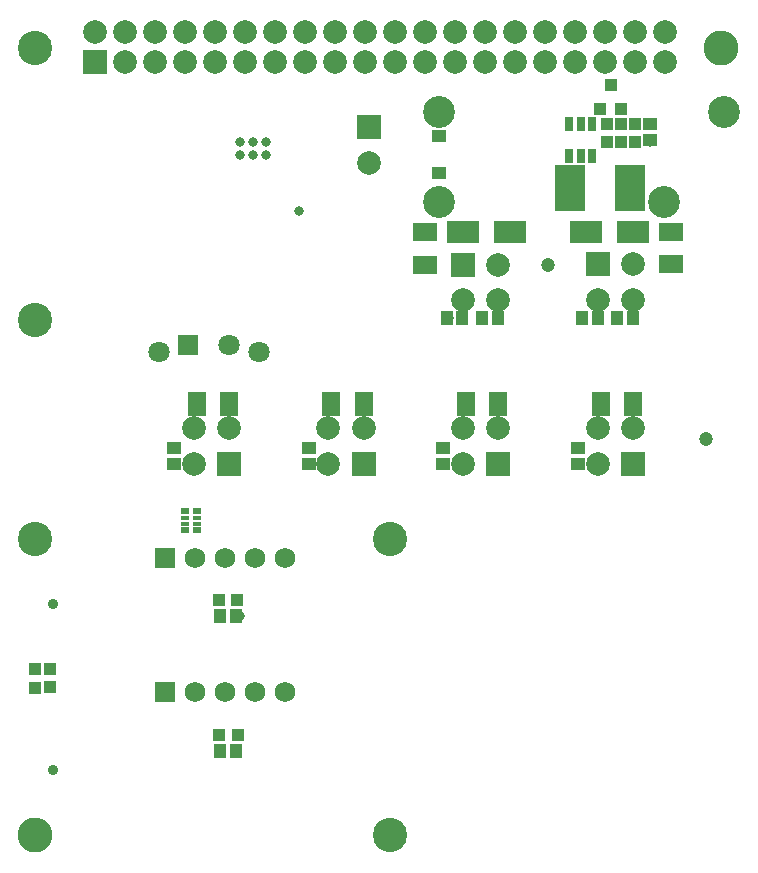
<source format=gbs>
G04*
G04 #@! TF.GenerationSoftware,Altium Limited,Altium Designer,19.1.9 (167)*
G04*
G04 Layer_Color=16711935*
%FSLAX25Y25*%
%MOIN*%
G70*
G01*
G75*
%ADD52R,0.04143X0.04537*%
%ADD53R,0.04537X0.04143*%
%ADD56R,0.04147X0.04147*%
%ADD57R,0.04147X0.04147*%
%ADD71R,0.03950X0.04343*%
%ADD72C,0.04737*%
%ADD73C,0.10642*%
%ADD74R,0.07887X0.07887*%
%ADD75C,0.07887*%
%ADD76R,0.07099X0.07099*%
%ADD77C,0.07099*%
%ADD78C,0.06800*%
%ADD79R,0.06800X0.06800*%
%ADD80C,0.03556*%
%ADD81C,0.11430*%
%ADD82C,0.11627*%
%ADD83C,0.03162*%
%ADD120R,0.10446X0.15367*%
%ADD121R,0.02962X0.04537*%
%ADD122R,0.06312X0.07887*%
%ADD123R,0.07887X0.06312*%
%ADD124R,0.10642X0.07493*%
%ADD125R,0.02769X0.01784*%
%ADD126R,0.02769X0.02178*%
%ADD127R,0.04540X0.04343*%
D52*
X203737Y182035D02*
D03*
X209052D02*
D03*
X152168Y182041D02*
D03*
X146853D02*
D03*
X76772Y82677D02*
D03*
X71457D02*
D03*
X76772Y37795D02*
D03*
X71457D02*
D03*
X164086Y182035D02*
D03*
X158772D02*
D03*
X197247D02*
D03*
X191932D02*
D03*
D53*
X190554Y138779D02*
D03*
Y133465D02*
D03*
X145672Y138779D02*
D03*
Y133465D02*
D03*
X101088Y138841D02*
D03*
Y133526D02*
D03*
X56153Y138908D02*
D03*
Y133593D02*
D03*
X214764Y241398D02*
D03*
Y246713D02*
D03*
D56*
X71063Y88189D02*
D03*
X77165D02*
D03*
X77253Y43012D02*
D03*
X71150D02*
D03*
D57*
X200394Y240611D02*
D03*
Y246713D02*
D03*
X209802Y240611D02*
D03*
Y246713D02*
D03*
X205118Y246713D02*
D03*
Y240611D02*
D03*
X14567Y65157D02*
D03*
Y59055D02*
D03*
X9625Y58858D02*
D03*
Y64961D02*
D03*
D71*
X205118Y251871D02*
D03*
X198031D02*
D03*
X201575Y259745D02*
D03*
D72*
X180709Y199606D02*
D03*
X233240Y141656D02*
D03*
D73*
X144403Y220904D02*
D03*
Y250904D02*
D03*
X239284D02*
D03*
X219206Y220904D02*
D03*
D74*
X120867Y245668D02*
D03*
X209058Y133465D02*
D03*
X164176D02*
D03*
X119294D02*
D03*
X74412D02*
D03*
X152276Y199908D02*
D03*
X197241Y200001D02*
D03*
X29605Y267323D02*
D03*
D75*
X120867Y233857D02*
D03*
X197247Y133465D02*
D03*
X209058Y145276D02*
D03*
X197247D02*
D03*
X152365Y133465D02*
D03*
X164176Y145276D02*
D03*
X152365D02*
D03*
X107483Y133465D02*
D03*
X119294Y145276D02*
D03*
X107483D02*
D03*
X62601Y133465D02*
D03*
X74412Y145276D02*
D03*
X62601D02*
D03*
X164086Y199908D02*
D03*
X152276Y188097D02*
D03*
X164086D02*
D03*
X209052Y200001D02*
D03*
X197241Y188190D02*
D03*
X209052D02*
D03*
X29605Y277323D02*
D03*
X39605Y267323D02*
D03*
Y277323D02*
D03*
X49605Y267323D02*
D03*
Y277323D02*
D03*
X59605Y267323D02*
D03*
Y277323D02*
D03*
X69605Y267323D02*
D03*
Y277323D02*
D03*
X79605Y267323D02*
D03*
Y277323D02*
D03*
X89605Y267323D02*
D03*
Y277323D02*
D03*
X99605Y267323D02*
D03*
Y277323D02*
D03*
X109605Y267323D02*
D03*
Y277323D02*
D03*
X119605Y267323D02*
D03*
Y277323D02*
D03*
X129605Y267323D02*
D03*
Y277323D02*
D03*
X139605Y267323D02*
D03*
Y277323D02*
D03*
X149605Y267323D02*
D03*
Y277323D02*
D03*
X159605Y267323D02*
D03*
Y277323D02*
D03*
X169605Y267323D02*
D03*
Y277323D02*
D03*
X179605Y267323D02*
D03*
Y277323D02*
D03*
X189605Y267323D02*
D03*
Y277323D02*
D03*
X199605Y267323D02*
D03*
Y277323D02*
D03*
X209605Y267323D02*
D03*
Y277323D02*
D03*
X219605Y267323D02*
D03*
Y277323D02*
D03*
D76*
X60731Y173228D02*
D03*
D77*
X74511D02*
D03*
X50889Y170748D02*
D03*
X84353D02*
D03*
D78*
X93150Y101969D02*
D03*
X83150D02*
D03*
X73150D02*
D03*
X63150D02*
D03*
X93119Y57579D02*
D03*
X83119D02*
D03*
X73119D02*
D03*
X63119D02*
D03*
D79*
X53150Y101969D02*
D03*
X53119Y57579D02*
D03*
D80*
X15748Y31299D02*
D03*
Y86811D02*
D03*
D81*
X9841Y272047D02*
D03*
X9843Y181495D02*
D03*
X9843Y108268D02*
D03*
X127953D02*
D03*
Y9843D02*
D03*
D82*
X238187Y272047D02*
D03*
X9843Y9843D02*
D03*
D83*
X86615Y240747D02*
D03*
Y236416D02*
D03*
X82284Y240747D02*
D03*
Y236416D02*
D03*
X77953Y240747D02*
D03*
Y236416D02*
D03*
X198031Y251871D02*
D03*
X147621Y182041D02*
D03*
X191932Y182035D02*
D03*
X209802Y240611D02*
D03*
X214764D02*
D03*
X97638Y217609D02*
D03*
X77953Y82677D02*
D03*
X77165Y37802D02*
D03*
X70866Y88189D02*
D03*
X71017Y43012D02*
D03*
D120*
X208169Y225590D02*
D03*
X187894D02*
D03*
D121*
X187795Y235965D02*
D03*
X191535D02*
D03*
X195276D02*
D03*
Y246713D02*
D03*
X191535D02*
D03*
X187795D02*
D03*
D122*
X198231Y153543D02*
D03*
X209058D02*
D03*
X153349D02*
D03*
X164176D02*
D03*
X108467D02*
D03*
X119294D02*
D03*
X74412D02*
D03*
X63586D02*
D03*
D123*
X139764Y199908D02*
D03*
Y210735D02*
D03*
X221654Y200001D02*
D03*
Y210828D02*
D03*
D124*
X168110Y210630D02*
D03*
X152362D02*
D03*
X209055D02*
D03*
X193307D02*
D03*
D125*
X63681Y115506D02*
D03*
Y113537D02*
D03*
X59744Y115506D02*
D03*
Y113537D02*
D03*
D126*
X63681Y117671D02*
D03*
X59744D02*
D03*
X63681Y111372D02*
D03*
X59744D02*
D03*
D127*
X144403Y242873D02*
D03*
Y230432D02*
D03*
M02*

</source>
